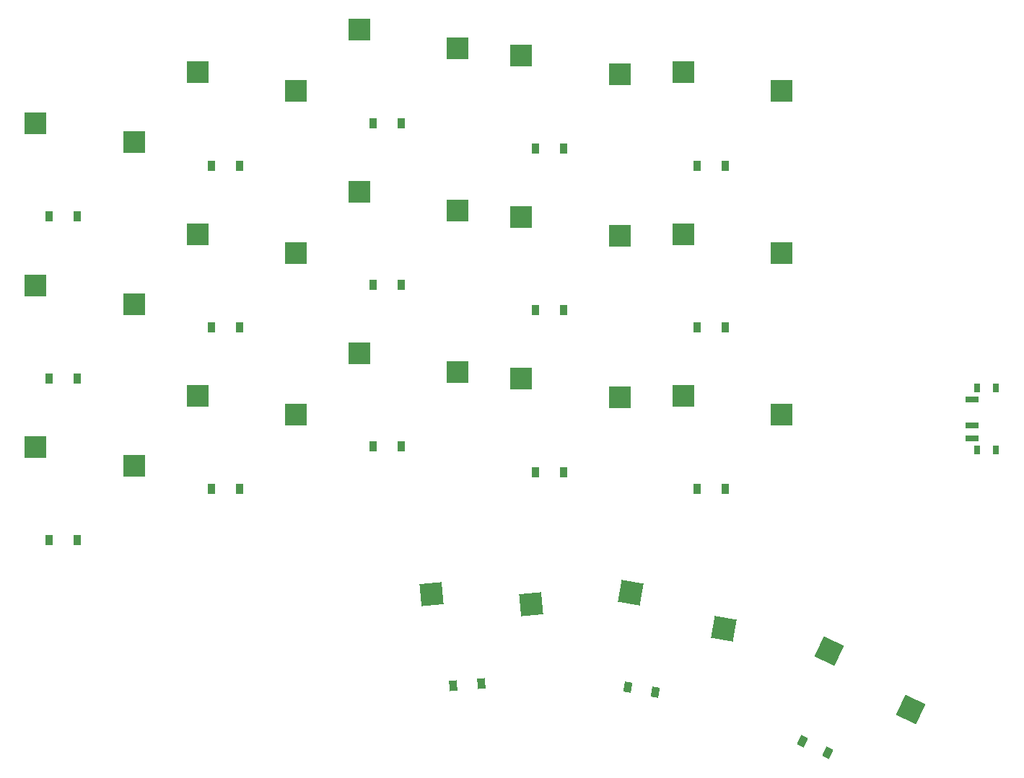
<source format=gbr>
%TF.GenerationSoftware,KiCad,Pcbnew,8.0.1*%
%TF.CreationDate,2024-03-26T11:55:02+01:00*%
%TF.ProjectId,main_board,6d61696e-5f62-46f6-9172-642e6b696361,v1.0.0*%
%TF.SameCoordinates,Original*%
%TF.FileFunction,Paste,Bot*%
%TF.FilePolarity,Positive*%
%FSLAX46Y46*%
G04 Gerber Fmt 4.6, Leading zero omitted, Abs format (unit mm)*
G04 Created by KiCad (PCBNEW 8.0.1) date 2024-03-26 11:55:02*
%MOMM*%
%LPD*%
G01*
G04 APERTURE LIST*
G04 Aperture macros list*
%AMRotRect*
0 Rectangle, with rotation*
0 The origin of the aperture is its center*
0 $1 length*
0 $2 width*
0 $3 Rotation angle, in degrees counterclockwise*
0 Add horizontal line*
21,1,$1,$2,0,0,$3*%
G04 Aperture macros list end*
%ADD10R,0.900000X1.200000*%
%ADD11R,2.600000X2.600000*%
%ADD12RotRect,2.600000X2.600000X350.000000*%
%ADD13RotRect,0.900000X1.200000X335.000000*%
%ADD14RotRect,2.600000X2.600000X5.000000*%
%ADD15RotRect,0.900000X1.200000X350.000000*%
%ADD16RotRect,2.600000X2.600000X335.000000*%
%ADD17R,0.800000X1.000000*%
%ADD18R,1.500000X0.700000*%
%ADD19RotRect,0.900000X1.200000X5.000000*%
G04 APERTURE END LIST*
D10*
%TO.C,D3*%
X189350000Y-54250000D03*
X192650000Y-54250000D03*
%TD*%
D11*
%TO.C,S3*%
X187725000Y-43300000D03*
X199275000Y-45500000D03*
%TD*%
D12*
%TO.C,S17*%
X257525767Y-98439132D03*
X268518271Y-102611346D03*
%TD*%
D13*
%TO.C,D18*%
X277716906Y-115846469D03*
X280707722Y-117241109D03*
%TD*%
D11*
%TO.C,S1*%
X187725000Y-81300000D03*
X199275000Y-83500000D03*
%TD*%
D14*
%TO.C,S16*%
X234196639Y-98567781D03*
X245894430Y-99752760D03*
%TD*%
D11*
%TO.C,S15*%
X263725000Y-37300000D03*
X275275000Y-39500000D03*
%TD*%
D10*
%TO.C,D15*%
X265350000Y-48250000D03*
X268650000Y-48250000D03*
%TD*%
D11*
%TO.C,S14*%
X263725000Y-56300000D03*
X275275000Y-58500000D03*
%TD*%
%TO.C,S9*%
X225725000Y-32300000D03*
X237275000Y-34500000D03*
%TD*%
D15*
%TO.C,D17*%
X257224632Y-109504956D03*
X260474498Y-110077994D03*
%TD*%
D10*
%TO.C,D8*%
X227350000Y-62250000D03*
X230650000Y-62250000D03*
%TD*%
D11*
%TO.C,S10*%
X244725000Y-73300000D03*
X256275000Y-75500000D03*
%TD*%
D10*
%TO.C,D6*%
X208350000Y-48250000D03*
X211650000Y-48250000D03*
%TD*%
%TO.C,D4*%
X208350000Y-86250000D03*
X211650000Y-86250000D03*
%TD*%
D11*
%TO.C,S4*%
X206725000Y-75300000D03*
X218275000Y-77500000D03*
%TD*%
%TO.C,S6*%
X206725000Y-37300000D03*
X218275000Y-39500000D03*
%TD*%
D10*
%TO.C,D5*%
X208350000Y-67250000D03*
X211650000Y-67250000D03*
%TD*%
%TO.C,D12*%
X246350000Y-46250000D03*
X249650000Y-46250000D03*
%TD*%
D11*
%TO.C,S11*%
X244725000Y-54300000D03*
X256275000Y-56500000D03*
%TD*%
D10*
%TO.C,D1*%
X189350000Y-92250000D03*
X192650000Y-92250000D03*
%TD*%
%TO.C,D9*%
X227350000Y-43250000D03*
X230650000Y-43250000D03*
%TD*%
D11*
%TO.C,S8*%
X225725000Y-51300000D03*
X237275000Y-53500000D03*
%TD*%
D10*
%TO.C,D10*%
X246350000Y-84250000D03*
X249650000Y-84250000D03*
%TD*%
D11*
%TO.C,S7*%
X225725000Y-70300000D03*
X237275000Y-72500000D03*
%TD*%
D16*
%TO.C,S18*%
X280871826Y-105235644D03*
X290409920Y-112110762D03*
%TD*%
D10*
%TO.C,D14*%
X265350000Y-67250000D03*
X268650000Y-67250000D03*
%TD*%
%TO.C,D13*%
X265350000Y-86250000D03*
X268650000Y-86250000D03*
%TD*%
D11*
%TO.C,S13*%
X263725000Y-75300000D03*
X275275000Y-77500000D03*
%TD*%
D10*
%TO.C,D7*%
X227350000Y-81250000D03*
X230650000Y-81250000D03*
%TD*%
D11*
%TO.C,S2*%
X187725000Y-62300000D03*
X199275000Y-64500000D03*
%TD*%
D17*
%TO.C,T1*%
X298220000Y-81650000D03*
X300430000Y-81650000D03*
D18*
X297570000Y-80250000D03*
D17*
X298220000Y-74350000D03*
X300430000Y-74350000D03*
D18*
X297570000Y-75750000D03*
X297570000Y-78750000D03*
%TD*%
D10*
%TO.C,D2*%
X189350000Y-73250000D03*
X192650000Y-73250000D03*
%TD*%
D11*
%TO.C,S12*%
X244725000Y-35300000D03*
X256275000Y-37500000D03*
%TD*%
%TO.C,S5*%
X206725000Y-56300000D03*
X218275000Y-58500000D03*
%TD*%
D10*
%TO.C,D11*%
X246350000Y-65250000D03*
X249650000Y-65250000D03*
%TD*%
D19*
%TO.C,D16*%
X236769811Y-109334484D03*
X240057253Y-109046870D03*
%TD*%
M02*

</source>
